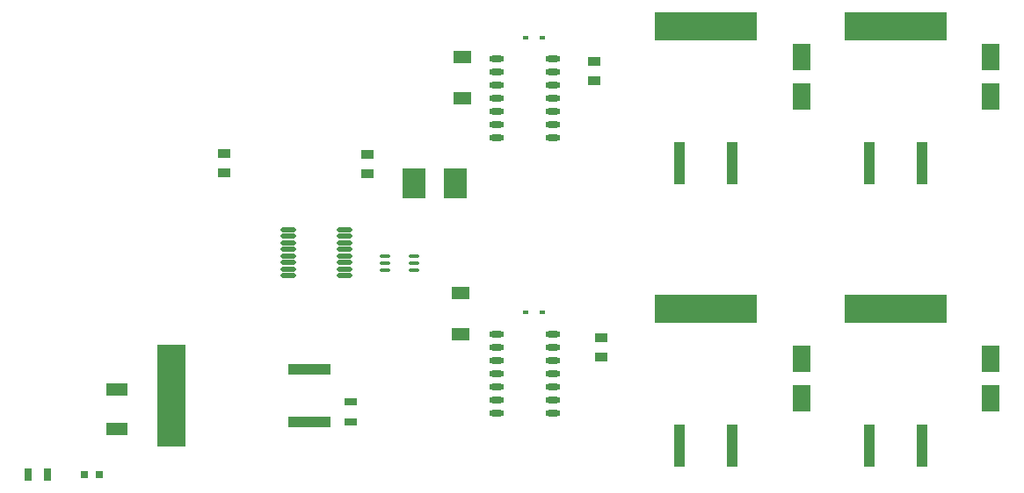
<source format=gtp>
G04 Layer_Color=8421504*
%FSLAX25Y25*%
%MOIN*%
G70*
G01*
G75*
%ADD10R,0.07165X0.05000*%
%ADD11R,0.16339X0.04134*%
%ADD12R,0.10630X0.38583*%
%ADD13R,0.02756X0.05118*%
%ADD14R,0.08465X0.05000*%
%ADD15R,0.05118X0.02756*%
%ADD16O,0.05709X0.02362*%
%ADD17O,0.03937X0.01575*%
%ADD18R,0.03150X0.03150*%
%ADD19R,0.06693X0.09842*%
%ADD20R,0.05118X0.03543*%
%ADD21R,0.09016X0.11496*%
%ADD22O,0.05905X0.01772*%
%ADD23R,0.02165X0.01575*%
%ADD24R,0.04134X0.16339*%
%ADD25R,0.38583X0.10630*%
D10*
X275590Y248031D02*
D03*
Y263779D02*
D03*
X274803Y174016D02*
D03*
Y158268D02*
D03*
D11*
X217520Y125039D02*
D03*
Y145039D02*
D03*
D12*
X165354Y135039D02*
D03*
D13*
X118307Y105118D02*
D03*
X110827D02*
D03*
D14*
X144488Y137402D02*
D03*
Y122441D02*
D03*
D15*
X233071Y132677D02*
D03*
Y125197D02*
D03*
D16*
X288484Y263032D02*
D03*
Y258032D02*
D03*
Y253031D02*
D03*
Y248031D02*
D03*
Y243032D02*
D03*
Y238032D02*
D03*
Y233032D02*
D03*
X309941Y263032D02*
D03*
Y258032D02*
D03*
Y253031D02*
D03*
Y248031D02*
D03*
Y243032D02*
D03*
Y238032D02*
D03*
Y233032D02*
D03*
X288484Y158307D02*
D03*
Y153307D02*
D03*
Y148307D02*
D03*
Y143307D02*
D03*
Y138307D02*
D03*
Y133307D02*
D03*
Y128307D02*
D03*
X309941Y158307D02*
D03*
Y153307D02*
D03*
Y148307D02*
D03*
Y143307D02*
D03*
Y138307D02*
D03*
Y133307D02*
D03*
Y128307D02*
D03*
D17*
X246063Y187992D02*
D03*
Y185433D02*
D03*
Y182874D02*
D03*
X257087Y187992D02*
D03*
Y185433D02*
D03*
Y182874D02*
D03*
D18*
X132087Y105118D02*
D03*
X137992D02*
D03*
D19*
X475984Y134252D02*
D03*
Y149213D02*
D03*
X404331Y134252D02*
D03*
Y149213D02*
D03*
X475984Y248819D02*
D03*
Y263779D02*
D03*
X404331Y248819D02*
D03*
Y263779D02*
D03*
D20*
X325590Y254724D02*
D03*
Y262205D02*
D03*
X328346Y149606D02*
D03*
Y157087D02*
D03*
X239370Y226772D02*
D03*
Y219291D02*
D03*
X185039Y227165D02*
D03*
Y219685D02*
D03*
D21*
X272835Y215748D02*
D03*
X257087D02*
D03*
D22*
X209449Y198120D02*
D03*
Y195620D02*
D03*
Y193120D02*
D03*
Y190620D02*
D03*
Y188120D02*
D03*
Y185620D02*
D03*
Y183120D02*
D03*
Y180620D02*
D03*
X230709Y198120D02*
D03*
Y195620D02*
D03*
Y193120D02*
D03*
Y190620D02*
D03*
Y188120D02*
D03*
Y185620D02*
D03*
Y183120D02*
D03*
Y180620D02*
D03*
D23*
X305906Y271260D02*
D03*
X299606D02*
D03*
X305906Y166929D02*
D03*
X299606D02*
D03*
D24*
X429764Y223425D02*
D03*
X449764D02*
D03*
X357716D02*
D03*
X377716D02*
D03*
X429764Y115945D02*
D03*
X449764D02*
D03*
X357716Y115945D02*
D03*
X377716D02*
D03*
D25*
X439764Y275590D02*
D03*
X367717D02*
D03*
X439764Y168110D02*
D03*
X367717Y168110D02*
D03*
M02*

</source>
